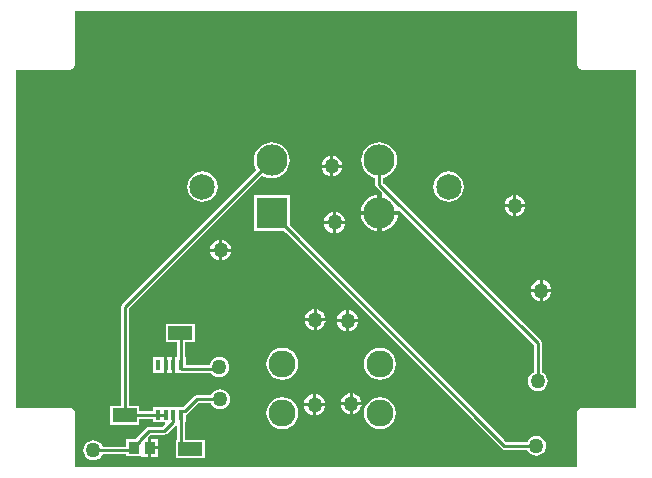
<source format=gbr>
%TF.GenerationSoftware,Altium Limited,Altium Designer,19.0.10 (269)*%
G04 Layer_Physical_Order=1*
G04 Layer_Color=255*
%FSLAX26Y26*%
%MOIN*%
%TF.FileFunction,Copper,L1,Top,Signal*%
%TF.Part,Single*%
G01*
G75*
%TA.AperFunction,SMDPad,CuDef*%
%ADD10R,0.080709X0.045276*%
%ADD11R,0.035433X0.039370*%
%ADD12R,0.016535X0.035000*%
%TA.AperFunction,Conductor*%
%ADD13C,0.010000*%
%TA.AperFunction,ComponentPad*%
%ADD14C,0.090000*%
%ADD15C,0.103937*%
%ADD16C,0.085039*%
%ADD17R,0.103937X0.103937*%
%TA.AperFunction,ViaPad*%
%ADD18C,0.050000*%
G36*
X1887857Y1353150D02*
X1889021Y1347298D01*
X1892336Y1342336D01*
X1897298Y1339021D01*
X1903150Y1337857D01*
X2084707D01*
Y212144D01*
X1903150D01*
X1897297Y210980D01*
X1892336Y207664D01*
X1889020Y202703D01*
X1887856Y196850D01*
Y15293D01*
X212144D01*
Y196850D01*
X210980Y202703D01*
X207664Y207664D01*
X202703Y210980D01*
X196850Y212144D01*
X15293D01*
Y1337856D01*
X196850D01*
X202703Y1339020D01*
X207664Y1342336D01*
X210980Y1347297D01*
X212144Y1353150D01*
Y1534707D01*
X1887857D01*
Y1353150D01*
D02*
G37*
%LPC*%
G36*
X1075000Y1051644D02*
Y1022000D01*
X1104644D01*
X1104099Y1026137D01*
X1100572Y1034651D01*
X1094962Y1041962D01*
X1087651Y1047572D01*
X1079137Y1051099D01*
X1075000Y1051644D01*
D02*
G37*
G36*
X1065000D02*
X1060863Y1051099D01*
X1052349Y1047572D01*
X1045038Y1041962D01*
X1039428Y1034651D01*
X1035901Y1026137D01*
X1035356Y1022000D01*
X1065000D01*
Y1051644D01*
D02*
G37*
G36*
X1104644Y1012000D02*
X1075000D01*
Y982356D01*
X1079137Y982901D01*
X1087651Y986428D01*
X1094962Y992038D01*
X1100572Y999349D01*
X1104099Y1007863D01*
X1104644Y1012000D01*
D02*
G37*
G36*
X1065000D02*
X1035356D01*
X1035901Y1007863D01*
X1039428Y999349D01*
X1045038Y992038D01*
X1052349Y986428D01*
X1060863Y982901D01*
X1065000Y982356D01*
Y1012000D01*
D02*
G37*
G36*
X868945Y1096259D02*
X857189Y1095101D01*
X845885Y1091672D01*
X835467Y1086103D01*
X826336Y1078609D01*
X818842Y1069478D01*
X813273Y1059060D01*
X809844Y1047756D01*
X808686Y1036000D01*
X809844Y1024244D01*
X813273Y1012940D01*
X818103Y1003903D01*
X371627Y557428D01*
X368754Y553128D01*
X367745Y548055D01*
Y216638D01*
X330646D01*
Y155362D01*
X427354D01*
Y174852D01*
X474346D01*
Y162606D01*
X512408D01*
X514321Y157987D01*
X504235Y147900D01*
X460606D01*
X455533Y146892D01*
X451233Y144018D01*
X420486Y113271D01*
X417613Y108971D01*
X417099Y106387D01*
X416397Y105685D01*
X383709D01*
Y82255D01*
X305229D01*
X303825Y85642D01*
X298536Y92536D01*
X291642Y97826D01*
X283615Y101151D01*
X275000Y102285D01*
X266385Y101151D01*
X258358Y97826D01*
X251464Y92536D01*
X246174Y85642D01*
X242849Y77615D01*
X241715Y69000D01*
X242849Y60385D01*
X246174Y52358D01*
X251464Y45464D01*
X258358Y40175D01*
X266385Y36849D01*
X275000Y35715D01*
X283615Y36849D01*
X291642Y40175D01*
X298536Y45464D01*
X303825Y52358D01*
X305229Y55745D01*
X383709D01*
Y50315D01*
X434858D01*
Y48315D01*
X457575D01*
Y78000D01*
Y110939D01*
X457009Y112304D01*
X466096Y121391D01*
X509725D01*
X514797Y122400D01*
X519097Y125273D01*
X548845Y155021D01*
X549131Y155449D01*
X554131Y153932D01*
Y103638D01*
X548646D01*
Y42362D01*
X645354D01*
Y103638D01*
X580640D01*
Y162606D01*
X583654D01*
Y188101D01*
X584958Y188361D01*
X589258Y191234D01*
X624770Y226745D01*
X666771D01*
X668174Y223358D01*
X673464Y216464D01*
X680358Y211174D01*
X688385Y207849D01*
X697000Y206715D01*
X705615Y207849D01*
X713642Y211174D01*
X720536Y216464D01*
X725826Y223358D01*
X729151Y231385D01*
X730285Y240000D01*
X729151Y248615D01*
X725826Y256642D01*
X720536Y263536D01*
X713642Y268825D01*
X705615Y272151D01*
X697000Y273285D01*
X688385Y272151D01*
X680358Y268825D01*
X673464Y263536D01*
X668174Y256642D01*
X666771Y253255D01*
X619279D01*
X614207Y252246D01*
X609907Y249373D01*
X574395Y213861D01*
X570654D01*
X569373Y213606D01*
X474346D01*
Y201361D01*
X427354D01*
Y216638D01*
X394255D01*
Y542565D01*
X836848Y985158D01*
X845885Y980328D01*
X857189Y976899D01*
X868945Y975741D01*
X880701Y976899D01*
X892005Y980328D01*
X902423Y985897D01*
X911554Y993391D01*
X919048Y1002522D01*
X924617Y1012940D01*
X928046Y1024244D01*
X929204Y1036000D01*
X928046Y1047756D01*
X924617Y1059060D01*
X919048Y1069478D01*
X911554Y1078609D01*
X902423Y1086103D01*
X892005Y1091672D01*
X880701Y1095101D01*
X868945Y1096259D01*
D02*
G37*
G36*
X1458551Y999278D02*
X1445363Y997542D01*
X1433073Y992452D01*
X1422520Y984354D01*
X1414422Y973801D01*
X1409332Y961511D01*
X1407596Y948323D01*
X1409332Y935135D01*
X1414422Y922845D01*
X1422520Y912292D01*
X1433073Y904194D01*
X1445363Y899104D01*
X1458551Y897367D01*
X1471739Y899104D01*
X1484029Y904194D01*
X1494582Y912292D01*
X1502680Y922845D01*
X1507771Y935135D01*
X1509507Y948323D01*
X1507771Y961511D01*
X1502680Y973801D01*
X1494582Y984354D01*
X1484029Y992452D01*
X1471739Y997542D01*
X1458551Y999278D01*
D02*
G37*
G36*
X638472D02*
X625284Y997542D01*
X612995Y992452D01*
X602441Y984354D01*
X594344Y973801D01*
X589253Y961511D01*
X587517Y948323D01*
X589253Y935135D01*
X594344Y922845D01*
X602441Y912292D01*
X612995Y904194D01*
X625284Y899104D01*
X638472Y897367D01*
X651661Y899104D01*
X663950Y904194D01*
X674504Y912292D01*
X682601Y922845D01*
X687692Y935135D01*
X689428Y948323D01*
X687692Y961511D01*
X682601Y973801D01*
X674504Y984354D01*
X663950Y992452D01*
X651661Y997542D01*
X638472Y999278D01*
D02*
G37*
G36*
X1685000Y919644D02*
Y890000D01*
X1714644D01*
X1714099Y894137D01*
X1710572Y902651D01*
X1704962Y909962D01*
X1697651Y915572D01*
X1689137Y919099D01*
X1685000Y919644D01*
D02*
G37*
G36*
X1675000D02*
X1670863Y919099D01*
X1662349Y915572D01*
X1655038Y909962D01*
X1649428Y902651D01*
X1645901Y894137D01*
X1645356Y890000D01*
X1675000D01*
Y919644D01*
D02*
G37*
G36*
X1220500Y922333D02*
X1215852Y921875D01*
X1204171Y918332D01*
X1193406Y912577D01*
X1183970Y904833D01*
X1176226Y895398D01*
X1170472Y884632D01*
X1166928Y872951D01*
X1166470Y868303D01*
X1220500D01*
Y922333D01*
D02*
G37*
G36*
X1714644Y880000D02*
X1685000D01*
Y850356D01*
X1689137Y850901D01*
X1697651Y854428D01*
X1704962Y860038D01*
X1710572Y867349D01*
X1714099Y875863D01*
X1714644Y880000D01*
D02*
G37*
G36*
X1675000D02*
X1645356D01*
X1645901Y875863D01*
X1649428Y867349D01*
X1655038Y860038D01*
X1662349Y854428D01*
X1670863Y850901D01*
X1675000Y850356D01*
Y880000D01*
D02*
G37*
G36*
X1084000Y863644D02*
Y834000D01*
X1113644D01*
X1113099Y838137D01*
X1109572Y846651D01*
X1103962Y853962D01*
X1096651Y859572D01*
X1088137Y863099D01*
X1084000Y863644D01*
D02*
G37*
G36*
X1074000D02*
X1069863Y863099D01*
X1061349Y859572D01*
X1054038Y853962D01*
X1048428Y846651D01*
X1044901Y838137D01*
X1044356Y834000D01*
X1074000D01*
Y863644D01*
D02*
G37*
G36*
X1289530Y853303D02*
X1235500D01*
Y799274D01*
X1240148Y799731D01*
X1251829Y803275D01*
X1262594Y809029D01*
X1272030Y816773D01*
X1279774Y826209D01*
X1285528Y836974D01*
X1289072Y848655D01*
X1289530Y853303D01*
D02*
G37*
G36*
X1220500D02*
X1166470D01*
X1166928Y848655D01*
X1170472Y836974D01*
X1176226Y826209D01*
X1183970Y816773D01*
X1193406Y809029D01*
X1204171Y803275D01*
X1215852Y799731D01*
X1220500Y799274D01*
Y853303D01*
D02*
G37*
G36*
X1113644Y824000D02*
X1084000D01*
Y794356D01*
X1088137Y794901D01*
X1096651Y798428D01*
X1103962Y804038D01*
X1109572Y811349D01*
X1113099Y819863D01*
X1113644Y824000D01*
D02*
G37*
G36*
X1074000D02*
X1044356D01*
X1044901Y819863D01*
X1048428Y811349D01*
X1054038Y804038D01*
X1061349Y798428D01*
X1069863Y794901D01*
X1074000Y794356D01*
Y824000D01*
D02*
G37*
G36*
X704000Y771644D02*
Y742000D01*
X733644D01*
X733099Y746137D01*
X729572Y754651D01*
X723962Y761962D01*
X716651Y767572D01*
X708137Y771099D01*
X704000Y771644D01*
D02*
G37*
G36*
X694000D02*
X689863Y771099D01*
X681349Y767572D01*
X674038Y761962D01*
X668428Y754651D01*
X664901Y746137D01*
X664356Y742000D01*
X694000D01*
Y771644D01*
D02*
G37*
G36*
X733644Y732000D02*
X704000D01*
Y702356D01*
X708137Y702901D01*
X716651Y706428D01*
X723962Y712038D01*
X729572Y719349D01*
X733099Y727863D01*
X733644Y732000D01*
D02*
G37*
G36*
X694000D02*
X664356D01*
X664901Y727863D01*
X668428Y719349D01*
X674038Y712038D01*
X681349Y706428D01*
X689863Y702901D01*
X694000Y702356D01*
Y732000D01*
D02*
G37*
G36*
X1772000Y636644D02*
Y607000D01*
X1801644D01*
X1801099Y611137D01*
X1797572Y619651D01*
X1791962Y626962D01*
X1784651Y632572D01*
X1776137Y636099D01*
X1772000Y636644D01*
D02*
G37*
G36*
X1762000D02*
X1757863Y636099D01*
X1749349Y632572D01*
X1742038Y626962D01*
X1736428Y619651D01*
X1732901Y611137D01*
X1732356Y607000D01*
X1762000D01*
Y636644D01*
D02*
G37*
G36*
X1801644Y597000D02*
X1772000D01*
Y567356D01*
X1776137Y567901D01*
X1784651Y571428D01*
X1791962Y577038D01*
X1797572Y584349D01*
X1801099Y592863D01*
X1801644Y597000D01*
D02*
G37*
G36*
X1762000D02*
X1732356D01*
X1732901Y592863D01*
X1736428Y584349D01*
X1742038Y577038D01*
X1749349Y571428D01*
X1757863Y567901D01*
X1762000Y567356D01*
Y597000D01*
D02*
G37*
G36*
X1019000Y539644D02*
Y510000D01*
X1048644D01*
X1048099Y514137D01*
X1044572Y522651D01*
X1038962Y529962D01*
X1031651Y535572D01*
X1023137Y539099D01*
X1019000Y539644D01*
D02*
G37*
G36*
X1009000D02*
X1004863Y539099D01*
X996349Y535572D01*
X989038Y529962D01*
X983428Y522651D01*
X979901Y514137D01*
X979356Y510000D01*
X1009000D01*
Y539644D01*
D02*
G37*
G36*
X1127000Y536644D02*
Y507000D01*
X1156644D01*
X1156099Y511137D01*
X1152572Y519651D01*
X1146962Y526962D01*
X1139651Y532572D01*
X1131137Y536099D01*
X1127000Y536644D01*
D02*
G37*
G36*
X1117000D02*
X1112863Y536099D01*
X1104349Y532572D01*
X1097038Y526962D01*
X1091428Y519651D01*
X1087901Y511137D01*
X1087356Y507000D01*
X1117000D01*
Y536644D01*
D02*
G37*
G36*
X1048644Y500000D02*
X1019000D01*
Y470356D01*
X1023137Y470901D01*
X1031651Y474428D01*
X1038962Y480038D01*
X1044572Y487349D01*
X1048099Y495863D01*
X1048644Y500000D01*
D02*
G37*
G36*
X1009000D02*
X979356D01*
X979901Y495863D01*
X983428Y487349D01*
X989038Y480038D01*
X996349Y474428D01*
X1004863Y470901D01*
X1009000Y470356D01*
Y500000D01*
D02*
G37*
G36*
X1156644Y497000D02*
X1127000D01*
Y467356D01*
X1131137Y467901D01*
X1139651Y471428D01*
X1146962Y477038D01*
X1152572Y484349D01*
X1156099Y492863D01*
X1156644Y497000D01*
D02*
G37*
G36*
X1117000D02*
X1087356D01*
X1087901Y492863D01*
X1091428Y484349D01*
X1097038Y477038D01*
X1104349Y471428D01*
X1112863Y467901D01*
X1117000Y467356D01*
Y497000D01*
D02*
G37*
G36*
X536795Y381394D02*
X521205D01*
Y353894D01*
Y326394D01*
X536795D01*
Y353894D01*
Y381394D01*
D02*
G37*
G36*
X511205D02*
X497937D01*
Y379394D01*
X474346D01*
Y328394D01*
X497937D01*
Y326394D01*
X511205D01*
Y353894D01*
Y381394D01*
D02*
G37*
G36*
X612047Y491945D02*
X515339D01*
Y430669D01*
X554131D01*
Y381394D01*
X546795D01*
Y353894D01*
Y326394D01*
X560063D01*
Y328394D01*
X569373D01*
X570654Y328139D01*
X667877D01*
X671464Y323464D01*
X678358Y318175D01*
X686385Y314849D01*
X695000Y313715D01*
X703615Y314849D01*
X711642Y318175D01*
X718536Y323464D01*
X723826Y330358D01*
X727151Y338385D01*
X728285Y347000D01*
X727151Y355615D01*
X723826Y363642D01*
X718536Y370536D01*
X711642Y375825D01*
X703615Y379151D01*
X695000Y380285D01*
X686385Y379151D01*
X678358Y375825D01*
X671464Y370536D01*
X666174Y363642D01*
X662849Y355615D01*
X662722Y354648D01*
X583654D01*
Y379394D01*
X580640D01*
Y430669D01*
X612047D01*
Y491945D01*
D02*
G37*
G36*
X1230000Y411457D02*
X1216164Y409636D01*
X1203271Y404295D01*
X1192200Y395800D01*
X1183705Y384729D01*
X1178364Y371836D01*
X1176543Y358000D01*
X1178364Y344164D01*
X1183705Y331271D01*
X1192200Y320200D01*
X1203271Y311705D01*
X1216164Y306364D01*
X1230000Y304543D01*
X1243836Y306364D01*
X1256729Y311705D01*
X1267800Y320200D01*
X1276295Y331271D01*
X1281636Y344164D01*
X1283457Y358000D01*
X1281636Y371836D01*
X1276295Y384729D01*
X1267800Y395800D01*
X1256729Y404295D01*
X1243836Y409636D01*
X1230000Y411457D01*
D02*
G37*
G36*
X905000D02*
X891164Y409636D01*
X878271Y404295D01*
X867200Y395800D01*
X858705Y384729D01*
X853364Y371836D01*
X851543Y358000D01*
X853364Y344164D01*
X858705Y331271D01*
X867200Y320200D01*
X878271Y311705D01*
X891164Y306364D01*
X905000Y304543D01*
X918836Y306364D01*
X931729Y311705D01*
X942800Y320200D01*
X951295Y331271D01*
X956636Y344164D01*
X958457Y358000D01*
X956636Y371836D01*
X951295Y384729D01*
X942800Y395800D01*
X931729Y404295D01*
X918836Y409636D01*
X905000Y411457D01*
D02*
G37*
G36*
X1228000Y1096259D02*
X1216244Y1095101D01*
X1204940Y1091672D01*
X1194522Y1086103D01*
X1185391Y1078609D01*
X1177897Y1069478D01*
X1172328Y1059060D01*
X1168899Y1047756D01*
X1167741Y1036000D01*
X1168899Y1024244D01*
X1172328Y1012940D01*
X1177897Y1002522D01*
X1185391Y993391D01*
X1194522Y985897D01*
X1204940Y980328D01*
X1214745Y977354D01*
Y955511D01*
X1215754Y950438D01*
X1218628Y946138D01*
X1237617Y927148D01*
X1235500Y922671D01*
Y868303D01*
X1289869D01*
X1294345Y870420D01*
X1742745Y422021D01*
Y330229D01*
X1739358Y328825D01*
X1732464Y323536D01*
X1727175Y316642D01*
X1723849Y308615D01*
X1722715Y300000D01*
X1723849Y291385D01*
X1727175Y283358D01*
X1732464Y276464D01*
X1739358Y271175D01*
X1747385Y267849D01*
X1756000Y266715D01*
X1764615Y267849D01*
X1772642Y271175D01*
X1779536Y276464D01*
X1784825Y283358D01*
X1788151Y291385D01*
X1789285Y300000D01*
X1788151Y308615D01*
X1784825Y316642D01*
X1779536Y323536D01*
X1772642Y328825D01*
X1769255Y330229D01*
Y427511D01*
X1768246Y432583D01*
X1765372Y436883D01*
X1241255Y961001D01*
Y977354D01*
X1251060Y980328D01*
X1261478Y985897D01*
X1270609Y993391D01*
X1278103Y1002522D01*
X1283672Y1012940D01*
X1287101Y1024244D01*
X1288259Y1036000D01*
X1287101Y1047756D01*
X1283672Y1059060D01*
X1278103Y1069478D01*
X1270609Y1078609D01*
X1261478Y1086103D01*
X1251060Y1091672D01*
X1239756Y1095101D01*
X1228000Y1096259D01*
D02*
G37*
G36*
X1139000Y259644D02*
Y230000D01*
X1168644D01*
X1168099Y234137D01*
X1164572Y242651D01*
X1158962Y249962D01*
X1151651Y255572D01*
X1143137Y259099D01*
X1139000Y259644D01*
D02*
G37*
G36*
X1129000D02*
X1124863Y259099D01*
X1116349Y255572D01*
X1109038Y249962D01*
X1103428Y242651D01*
X1099901Y234137D01*
X1099356Y230000D01*
X1129000D01*
Y259644D01*
D02*
G37*
G36*
X1017000Y256644D02*
Y227000D01*
X1046644D01*
X1046099Y231137D01*
X1042572Y239651D01*
X1036962Y246962D01*
X1029651Y252572D01*
X1021137Y256099D01*
X1017000Y256644D01*
D02*
G37*
G36*
X1007000D02*
X1002863Y256099D01*
X994349Y252572D01*
X987038Y246962D01*
X981428Y239651D01*
X977901Y231137D01*
X977356Y227000D01*
X1007000D01*
Y256644D01*
D02*
G37*
G36*
X1168644Y220000D02*
X1139000D01*
Y190356D01*
X1143137Y190901D01*
X1151651Y194428D01*
X1158962Y200038D01*
X1164572Y207349D01*
X1168099Y215863D01*
X1168644Y220000D01*
D02*
G37*
G36*
X1129000D02*
X1099356D01*
X1099901Y215863D01*
X1103428Y207349D01*
X1109038Y200038D01*
X1116349Y194428D01*
X1124863Y190901D01*
X1129000Y190356D01*
Y220000D01*
D02*
G37*
G36*
X1046644Y217000D02*
X1017000D01*
Y187356D01*
X1021137Y187901D01*
X1029651Y191428D01*
X1036962Y197038D01*
X1042572Y204349D01*
X1046099Y212863D01*
X1046644Y217000D01*
D02*
G37*
G36*
X1007000D02*
X977356D01*
X977901Y212863D01*
X981428Y204349D01*
X987038Y197038D01*
X994349Y191428D01*
X1002863Y187901D01*
X1007000Y187356D01*
Y217000D01*
D02*
G37*
G36*
X1230000Y246457D02*
X1216164Y244636D01*
X1203271Y239295D01*
X1192200Y230800D01*
X1183705Y219729D01*
X1178364Y206836D01*
X1176543Y193000D01*
X1178364Y179164D01*
X1183705Y166271D01*
X1192200Y155200D01*
X1203271Y146705D01*
X1216164Y141364D01*
X1230000Y139543D01*
X1243836Y141364D01*
X1256729Y146705D01*
X1267800Y155200D01*
X1276295Y166271D01*
X1281636Y179164D01*
X1283457Y193000D01*
X1281636Y206836D01*
X1276295Y219729D01*
X1267800Y230800D01*
X1256729Y239295D01*
X1243836Y244636D01*
X1230000Y246457D01*
D02*
G37*
G36*
X905000D02*
X891164Y244636D01*
X878271Y239295D01*
X867200Y230800D01*
X858705Y219729D01*
X853364Y206836D01*
X851543Y193000D01*
X853364Y179164D01*
X858705Y166271D01*
X867200Y155200D01*
X878271Y146705D01*
X891164Y141364D01*
X905000Y139543D01*
X918836Y141364D01*
X931729Y146705D01*
X942800Y155200D01*
X951295Y166271D01*
X956636Y179164D01*
X958457Y193000D01*
X956636Y206836D01*
X951295Y219729D01*
X942800Y230800D01*
X931729Y239295D01*
X918836Y244636D01*
X905000Y246457D01*
D02*
G37*
G36*
X490291Y107685D02*
X467575D01*
Y83000D01*
X490291D01*
Y107685D01*
D02*
G37*
G36*
X928913Y920772D02*
X808976D01*
Y800835D01*
X910168D01*
X1635376Y75627D01*
X1639676Y72754D01*
X1644748Y71745D01*
X1720771D01*
X1722175Y68358D01*
X1727464Y61464D01*
X1734358Y56175D01*
X1742385Y52849D01*
X1751000Y51715D01*
X1759615Y52849D01*
X1767642Y56175D01*
X1774536Y61464D01*
X1779825Y68358D01*
X1783151Y76385D01*
X1784285Y85000D01*
X1783151Y93615D01*
X1779825Y101642D01*
X1774536Y108536D01*
X1767642Y113826D01*
X1759615Y117151D01*
X1751000Y118285D01*
X1742385Y117151D01*
X1734358Y113826D01*
X1727464Y108536D01*
X1722175Y101642D01*
X1720771Y98255D01*
X1650238D01*
X928913Y819580D01*
Y920772D01*
D02*
G37*
G36*
X490291Y73000D02*
X467575D01*
Y48315D01*
X490291D01*
Y73000D01*
D02*
G37*
%LPD*%
D10*
X597000D02*
D03*
X379000Y186000D02*
D03*
X563693Y461307D02*
D03*
D11*
X409425Y78000D02*
D03*
X462575D02*
D03*
D12*
X490614Y188106D02*
D03*
X516205D02*
D03*
X541795D02*
D03*
X567386D02*
D03*
X490614Y353894D02*
D03*
X516205D02*
D03*
X541795D02*
D03*
X567386D02*
D03*
D13*
X570654Y341394D02*
X689394D01*
X695000Y347000D01*
X567386Y344661D02*
X570654Y341394D01*
X275000Y69000D02*
X419425D01*
X429858Y103898D02*
X460606Y134646D01*
X429858Y100401D02*
Y103898D01*
X409425Y79969D02*
X429858Y100401D01*
X409425Y78000D02*
Y79969D01*
X460606Y134646D02*
X509725D01*
X539472Y164393D01*
Y185784D01*
X541795Y188106D01*
X868945Y860803D02*
X1644748Y85000D01*
X1751000D01*
X381000Y548055D02*
X868945Y1036000D01*
X381000Y188000D02*
Y548055D01*
X381106Y188106D02*
X490614D01*
X381000Y188000D02*
X381106Y188106D01*
X379000Y186000D02*
X381000Y188000D01*
X1756000Y300000D02*
Y427511D01*
X1228000Y955511D02*
X1756000Y427511D01*
X1228000Y955511D02*
Y1036000D01*
X560000Y465000D02*
X567386Y457614D01*
Y353894D02*
Y457614D01*
Y344661D02*
Y353894D01*
X490614Y188106D02*
X516205D01*
X585024Y77000D02*
X594000D01*
X567386Y94638D02*
X585024Y77000D01*
X567386Y94638D02*
Y188106D01*
X579886Y200606D02*
X619279Y240000D01*
X570654Y200606D02*
X579886D01*
X567386Y197339D02*
X570654Y200606D01*
X567386Y188106D02*
Y197339D01*
X619279Y240000D02*
X697000D01*
D14*
X905000Y358000D02*
D03*
Y193000D02*
D03*
X1230000Y358000D02*
D03*
Y193000D02*
D03*
D15*
X868945Y1036000D02*
D03*
X1228000D02*
D03*
Y860803D02*
D03*
D16*
X638472Y948323D02*
D03*
X1458551D02*
D03*
D17*
X868945Y860803D02*
D03*
D18*
X699000Y737000D02*
D03*
X1680000Y885000D02*
D03*
X1070000Y1017000D02*
D03*
X1079000Y829000D02*
D03*
X1122000Y502000D02*
D03*
X1012000Y222000D02*
D03*
X1134000Y225000D02*
D03*
X1014000Y505000D02*
D03*
X1767000Y602000D02*
D03*
X695000Y347000D02*
D03*
X275000Y69000D02*
D03*
X697000Y240000D02*
D03*
X1756000Y300000D02*
D03*
X1751000Y85000D02*
D03*
%TF.MD5,d1314baff96ea39188d805e7c133dea4*%
M02*

</source>
